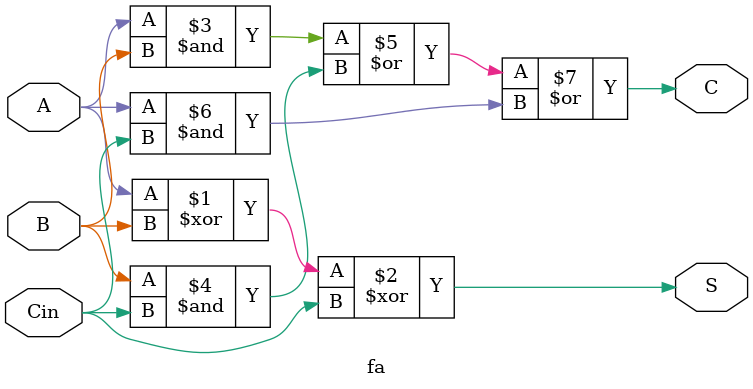
<source format=v>
`timescale 1ns / 1ps


module mac(
    input [15:0]A,B,C,
    output [31:0]R
    );
    
    wire [31:0]P;
    mul M1(.A(A), .B(B), .P(P)); 
    
    assign R = P+C;
    
endmodule
module mul (
input [15:0] A,
input [15:0] B,
output [31:0]P
    );
    
    parameter INPUT_SIZE = 16, APPROXIMATION = 10;
    wire [255:0]w;
    wire [209:0]s;

    and_res_gen #(.N(INPUT_SIZE)) M1(.A(A), .B(B), .w(w));
    assign P[0] = w[0];
    assign P[31] = 1'b0;
    rca #(.INPUT_SIZE(INPUT_SIZE), .APPROXIMATION(APPROXIMATION)) M2( .A({1'b0,w[15:1]}), .B(w[31:16]), .Cin(0), .S({s[14:0],P[1]}));
    rca #(.INPUT_SIZE(INPUT_SIZE), .APPROXIMATION(APPROXIMATION)) M3( .A({1'b0,s[14:0]}), .B(w[47:32]), .Cin(0), .S({s[29:15],P[2]}));
    rca #(.INPUT_SIZE(INPUT_SIZE), .APPROXIMATION(APPROXIMATION)) M4( .A({1'b0,s[29:15]}), .B(w[63:48]), .Cin(0), .S({s[44:30],P[3]}));
    rca #(.INPUT_SIZE(INPUT_SIZE), .APPROXIMATION(APPROXIMATION)) M5( .A({1'b0,s[44:30]}), .B(w[79:64]), .Cin(0), .S({s[59:45],P[4]}));
    rca #(.INPUT_SIZE(INPUT_SIZE), .APPROXIMATION(APPROXIMATION)) M6( .A({1'b0,s[59:45]}), .B(w[95:80]), .Cin(0), .S({s[74:60],P[5]}));
    rca #(.INPUT_SIZE(INPUT_SIZE), .APPROXIMATION(APPROXIMATION)) M7( .A({1'b0,s[74:60]}), .B(w[111:96]), .Cin(0), .S({s[89:75],P[6]}));
    rca #(.INPUT_SIZE(INPUT_SIZE), .APPROXIMATION(APPROXIMATION)) M8( .A({1'b0,s[89:75]}), .B(w[127:112]), .Cin(0), .S({s[104:90],P[7]}));
    rca #(.INPUT_SIZE(INPUT_SIZE), .APPROXIMATION(APPROXIMATION)) M9( .A({1'b0,s[104:90]}), .B(w[143:128]), .Cin(0), .S({s[119:105],P[8]}));
    rca #(.INPUT_SIZE(INPUT_SIZE), .APPROXIMATION(APPROXIMATION)) M10( .A({1'b0,s[119:105]}), .B(w[159:144]), .Cin(0), .S({s[134:120],P[9]}));
    rca #(.INPUT_SIZE(INPUT_SIZE), .APPROXIMATION(APPROXIMATION)) M11( .A({1'b0,s[134:120]}), .B(w[175:160]), .Cin(0), .S({s[149:135],P[10]}));
    rca #(.INPUT_SIZE(INPUT_SIZE), .APPROXIMATION(APPROXIMATION)) M12( .A({1'b0,s[149:135]}), .B(w[191:176]), .Cin(0), .S({s[164:150],P[11]}));
    rca #(.INPUT_SIZE(INPUT_SIZE), .APPROXIMATION(APPROXIMATION)) M13( .A({1'b0,s[164:150]}), .B(w[207:192]), .Cin(0), .S({s[179:165],P[12]}));
    rca #(.INPUT_SIZE(INPUT_SIZE), .APPROXIMATION(APPROXIMATION)) M14( .A({1'b0,s[179:165]}), .B(w[223:208]), .Cin(0), .S({s[194:180],P[13]}));
    rca #(.INPUT_SIZE(INPUT_SIZE), .APPROXIMATION(APPROXIMATION)) M15( .A({1'b0,s[194:180]}), .B(w[239:224]), .Cin(0), .S({s[209:195],P[14]}));
    rca #(.INPUT_SIZE(INPUT_SIZE), .APPROXIMATION(APPROXIMATION)) M16( .A({1'b0,s[209:195]}), .B(w[255:240]), .Cin(0), .S({P[30:16],P[15]}));
endmodule


module rca #(parameter INPUT_SIZE = 16, APPROXIMATION = 3 )(
    input [INPUT_SIZE-1:0] A, input [INPUT_SIZE-1:0] B, input Cin, output [INPUT_SIZE-1:0] S
);
    wire [INPUT_SIZE:0]c;
    assign c[0] = Cin;
    wire [INPUT_SIZE-1:0]sum;
    genvar i;
    generate 
    for(i=0;i<INPUT_SIZE;i=i+1) begin : ripple
	if(i < INPUT_SIZE - APPROXIMATION) begin
    		//fa M1(.A(A[i]), .B(B[i]), .Cin(c[i]), .S(sum[i]), .C(c[i+1]));
		approx A1(.A(A[i]), .B(B[i]), .Cin(c[i]), .S(sum[i]), .C(c[i+1]));
		
	end
	else begin
		fa M2(.A(A[i]), .B(B[i]), .Cin(c[i]), .S(sum[i]), .C(c[i+1]));
	end
    end
    endgenerate
    assign S = c[16] ? {c[INPUT_SIZE],sum[INPUT_SIZE-1 : 1]} : sum;

endmodule

module approx(input A, B, Cin, output  S, C);
	
	assign S = 0;
	assign C = 0;

endmodule

module and_res_gen #(parameter N = 16)(
    input [N-1:0]A,
    input [N-1:0]B,
    output [(N*N)-1:0]w
    );
    genvar i,j;
    
    generate 
    for(i=0;i<N;i=i+1) begin: l1
        for(j=0;j<N;j=j+1) begin :l2
            and_mod M1(.c(w[N*i+j]),.a(B[i]),.b(A[j]));
        end
    end
    endgenerate 
    endmodule

module and_mod(
input a,b,
output c
    );
    assign c=a&b;
endmodule

module fa  (
    input A,B,Cin, output S,C
);
assign S = A^B^Cin;
assign C = (A&B) |(B&Cin) |(A&Cin);
    
endmodule

</source>
